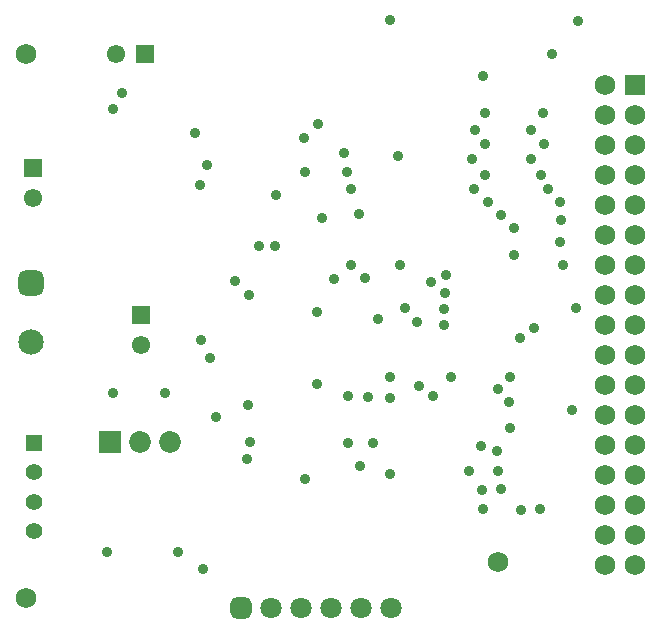
<source format=gbr>
%TF.GenerationSoftware,Altium Limited,Altium Designer,25.5.2 (35)*%
G04 Layer_Color=16711935*
%FSLAX45Y45*%
%MOMM*%
%TF.SameCoordinates,99CC5E96-0F24-47E5-947C-7A4A978C6F15*%
%TF.FilePolarity,Negative*%
%TF.FileFunction,Soldermask,Bot*%
%TF.Part,Single*%
G01*
G75*
%TA.AperFunction,ComponentPad*%
%ADD38C,1.85000*%
%ADD40C,1.55000*%
%ADD41R,1.55000X1.55000*%
%ADD44C,1.40000*%
%ADD45R,1.40000X1.40000*%
%ADD46R,1.55000X1.55000*%
%ADD47R,1.85000X1.85000*%
%ADD64C,1.80320*%
%TA.AperFunction,ViaPad*%
%ADD65C,1.72720*%
%TA.AperFunction,ComponentPad*%
G04:AMPARAMS|DCode=66|XSize=2.1532mm|YSize=2.1532mm|CornerRadius=0.5891mm|HoleSize=0mm|Usage=FLASHONLY|Rotation=270.000|XOffset=0mm|YOffset=0mm|HoleType=Round|Shape=RoundedRectangle|*
%AMROUNDEDRECTD66*
21,1,2.15320,0.97500,0,0,270.0*
21,1,0.97500,2.15320,0,0,270.0*
1,1,1.17820,-0.48750,-0.48750*
1,1,1.17820,-0.48750,0.48750*
1,1,1.17820,0.48750,0.48750*
1,1,1.17820,0.48750,-0.48750*
%
%ADD66ROUNDEDRECTD66*%
%ADD67C,1.75320*%
%ADD68R,1.75320X1.75320*%
G04:AMPARAMS|DCode=69|XSize=1.8032mm|YSize=1.8032mm|CornerRadius=0.5016mm|HoleSize=0mm|Usage=FLASHONLY|Rotation=0.000|XOffset=0mm|YOffset=0mm|HoleType=Round|Shape=RoundedRectangle|*
%AMROUNDEDRECTD69*
21,1,1.80320,0.80000,0,0,0.0*
21,1,0.80000,1.80320,0,0,0.0*
1,1,1.00320,0.40000,-0.40000*
1,1,1.00320,-0.40000,-0.40000*
1,1,1.00320,-0.40000,0.40000*
1,1,1.00320,0.40000,0.40000*
%
%ADD69ROUNDEDRECTD69*%
%ADD70C,2.15320*%
%TA.AperFunction,ViaPad*%
%ADD71C,0.90320*%
D38*
X7520000Y7120000D02*
D03*
X7266000D02*
D03*
D40*
X7060000Y10400000D02*
D03*
X7270000Y7940000D02*
D03*
X6362500Y9185000D02*
D03*
D41*
X7270000Y8190000D02*
D03*
X6362500Y9435000D02*
D03*
D44*
X6370000Y6360000D02*
D03*
Y6610000D02*
D03*
Y6860000D02*
D03*
D45*
Y7110000D02*
D03*
D46*
X7310000Y10400000D02*
D03*
D47*
X7012000Y7120000D02*
D03*
D64*
X8886000Y5710000D02*
D03*
X8378000D02*
D03*
X9394000D02*
D03*
X8632000D02*
D03*
X9140000D02*
D03*
D65*
X6300000Y10400000D02*
D03*
Y5800000D02*
D03*
X10300000Y6100000D02*
D03*
D66*
X6344998Y8460000D02*
D03*
D67*
X11460000Y9122000D02*
D03*
X11206000D02*
D03*
Y10138000D02*
D03*
Y8106000D02*
D03*
Y7344000D02*
D03*
Y7852000D02*
D03*
X11460000Y8106000D02*
D03*
Y7344000D02*
D03*
X11206000Y6582000D02*
D03*
X11460000Y8360000D02*
D03*
Y7852000D02*
D03*
X11206000Y6074000D02*
D03*
X11460000D02*
D03*
Y8868000D02*
D03*
Y7598000D02*
D03*
Y6328000D02*
D03*
X11206000D02*
D03*
Y7598000D02*
D03*
Y8868000D02*
D03*
X11460000Y6836000D02*
D03*
Y8614000D02*
D03*
Y9884000D02*
D03*
Y9376000D02*
D03*
X11206000Y9884000D02*
D03*
X11460000Y9630000D02*
D03*
X11206000Y6836000D02*
D03*
X11460000Y7090000D02*
D03*
X11206000Y9376000D02*
D03*
X11460000Y6582000D02*
D03*
X11206000Y7090000D02*
D03*
Y8360000D02*
D03*
Y9630000D02*
D03*
Y8614000D02*
D03*
D68*
X11460000Y10138000D02*
D03*
D69*
X8124000Y5710000D02*
D03*
D70*
X6344998Y7960001D02*
D03*
D71*
X10820000Y8810000D02*
D03*
X10830000Y9000000D02*
D03*
X10820000Y9150000D02*
D03*
X10430000Y8930000D02*
D03*
X10720000Y9260000D02*
D03*
X10660000Y9380000D02*
D03*
X10580000Y9510000D02*
D03*
X10690000Y9640000D02*
D03*
X10210000Y9150000D02*
D03*
X10320000Y9040000D02*
D03*
X10580000Y9760000D02*
D03*
X10680000Y9900000D02*
D03*
X10850000Y8620000D02*
D03*
X10960000Y8250000D02*
D03*
X10090000Y9260000D02*
D03*
X10190000Y9380000D02*
D03*
Y9640000D02*
D03*
X10100000Y9760000D02*
D03*
X10190000Y9900000D02*
D03*
X10080000Y9510000D02*
D03*
X10430000Y8700000D02*
D03*
X10750000Y10400000D02*
D03*
X10170000Y10220000D02*
D03*
X10150000Y7080000D02*
D03*
X8070000Y8480000D02*
D03*
X10400000Y7240000D02*
D03*
X9610000Y8130000D02*
D03*
X9850000Y8380000D02*
D03*
X9240000Y7110000D02*
D03*
X9200000Y7500000D02*
D03*
X7480000Y7530000D02*
D03*
X7040000D02*
D03*
X6990000Y6190000D02*
D03*
X7590000D02*
D03*
X7800000Y6040000D02*
D03*
X7780000Y7980000D02*
D03*
X7860000Y7830000D02*
D03*
X8180000Y7430000D02*
D03*
X8200000Y7120000D02*
D03*
X7770000Y9290000D02*
D03*
X7040000Y9940000D02*
D03*
X7110000Y10070000D02*
D03*
X8190000Y8360000D02*
D03*
X8415000Y9210000D02*
D03*
X8766100Y7610000D02*
D03*
X8760000Y8220000D02*
D03*
X8810000Y9010000D02*
D03*
X8650000Y9690000D02*
D03*
X9450000Y9540000D02*
D03*
X8663827Y6803827D02*
D03*
X7910000Y7330000D02*
D03*
X9380000Y10690000D02*
D03*
X10970000Y10680000D02*
D03*
X9860000Y8530000D02*
D03*
X9170000Y8510000D02*
D03*
X10920000Y7390000D02*
D03*
X9510000Y8250000D02*
D03*
X9730000Y8470000D02*
D03*
X9030000Y7510000D02*
D03*
Y7110000D02*
D03*
X9840000Y8110000D02*
D03*
X9020000Y9400000D02*
D03*
X8410000Y8780000D02*
D03*
X9630000Y7590000D02*
D03*
X10300000Y7570000D02*
D03*
X10490000Y6540000D02*
D03*
X10480000Y8000000D02*
D03*
X10170000Y6550000D02*
D03*
X10320000Y6720000D02*
D03*
X9050000Y8620000D02*
D03*
X9120000Y9050000D02*
D03*
X10600000Y8080000D02*
D03*
X10650000Y6550000D02*
D03*
X9750000Y7510000D02*
D03*
X10390000Y7460000D02*
D03*
X10050000Y6870000D02*
D03*
X10290000Y7040000D02*
D03*
X9380000Y7490000D02*
D03*
Y7670000D02*
D03*
Y6850000D02*
D03*
X9280000Y8160000D02*
D03*
X8270000Y8780000D02*
D03*
X8990000Y9560000D02*
D03*
X9840000Y8240000D02*
D03*
X9900000Y7670000D02*
D03*
X10400000D02*
D03*
X8910000Y8500000D02*
D03*
X9050000Y9260000D02*
D03*
X9470000Y8620000D02*
D03*
X10160000Y6710000D02*
D03*
X10300000Y6870000D02*
D03*
X8170000Y6970000D02*
D03*
X9130000Y6910000D02*
D03*
X8770000Y9810000D02*
D03*
X7730000Y9730000D02*
D03*
X7830000Y9460000D02*
D03*
X8660000Y9400000D02*
D03*
%TF.MD5,c173a79790ae80276df600892bd7c62e*%
M02*

</source>
